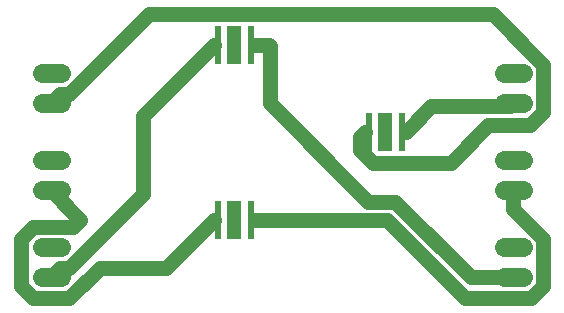
<source format=gbr>
G04 EAGLE Gerber RS-274X export*
G75*
%MOMM*%
%FSLAX34Y34*%
%LPD*%
%INBottom Copper*%
%IPPOS*%
%AMOC8*
5,1,8,0,0,1.08239X$1,22.5*%
G01*
%ADD10R,0.500000X3.300000*%
%ADD11R,1.300000X3.300000*%
%ADD12R,0.450000X0.500000*%
%ADD13C,1.609600*%
%ADD14C,1.270000*%
%ADD15C,0.609600*%


D10*
X340136Y163576D03*
D11*
X326136Y163576D03*
D12*
X343386Y163576D03*
D10*
X312136Y163576D03*
D12*
X308886Y163576D03*
D10*
X212374Y89662D03*
D11*
X198374Y89662D03*
D12*
X215624Y89662D03*
D10*
X184374Y89662D03*
D12*
X181124Y89662D03*
D10*
X212374Y237490D03*
D11*
X198374Y237490D03*
D12*
X215624Y237490D03*
D10*
X184374Y237490D03*
D12*
X181124Y237490D03*
D13*
X51228Y187960D02*
X35132Y187960D01*
X35132Y213360D02*
X51228Y213360D01*
X51228Y114300D02*
X35132Y114300D01*
X35132Y139700D02*
X51228Y139700D01*
X51228Y40640D02*
X35132Y40640D01*
X35132Y66040D02*
X51228Y66040D01*
X426292Y187960D02*
X442388Y187960D01*
X442388Y213360D02*
X426292Y213360D01*
X426292Y114300D02*
X442388Y114300D01*
X442388Y139700D02*
X426292Y139700D01*
X426292Y40640D02*
X442388Y40640D01*
X442388Y66040D02*
X426292Y66040D01*
D14*
X315743Y137678D02*
X305158Y148263D01*
X305158Y159848D02*
X308886Y163576D01*
X305158Y159848D02*
X305158Y148263D01*
X315743Y137678D02*
X381518Y137678D01*
X448772Y169672D02*
X459834Y180734D01*
X413512Y169672D02*
X381518Y137678D01*
X413512Y169672D02*
X448772Y169672D01*
X58454Y195914D02*
X51134Y195914D01*
X43180Y187960D01*
X58454Y195914D02*
X125928Y263388D01*
X459834Y220586D02*
X459834Y180734D01*
X459834Y220586D02*
X417032Y263388D01*
X125928Y263388D01*
X343386Y163576D02*
X365230Y185420D01*
X431800Y185420D02*
X434340Y187960D01*
X431800Y185420D02*
X365230Y185420D01*
D15*
X57087Y26496D02*
X29273Y26496D01*
X20988Y34781D01*
X20988Y71899D02*
X29273Y80184D01*
X20988Y71899D02*
X20988Y34781D01*
X29273Y80184D02*
X58340Y80184D01*
X67818Y89662D01*
D14*
X43180Y114300D01*
X27906Y83486D02*
X17686Y73266D01*
X17686Y33414D02*
X27906Y23194D01*
X58454Y23194D01*
X17686Y33414D02*
X17686Y73266D01*
X61642Y83486D02*
X67818Y89662D01*
X61642Y83486D02*
X27906Y83486D01*
X84282Y49022D02*
X58454Y23194D01*
X84282Y49022D02*
X140484Y49022D01*
X181124Y89662D01*
X449614Y23194D02*
X459834Y33414D01*
X327839Y88900D02*
X216386Y88900D01*
X215624Y89662D01*
X459834Y73266D02*
X459834Y33414D01*
X449614Y23194D02*
X393545Y23194D01*
X327839Y88900D01*
X434340Y98760D02*
X434340Y114300D01*
X434340Y98760D02*
X459834Y73266D01*
X181124Y237490D02*
X121224Y177590D01*
X58454Y48594D02*
X51134Y48594D01*
X43180Y40640D01*
X121224Y111364D02*
X121224Y177590D01*
X121224Y111364D02*
X58454Y48594D01*
X398370Y40640D02*
X434340Y40640D01*
X398370Y40640D02*
X334362Y104648D01*
X311912Y104648D01*
X228600Y187960D02*
X228600Y236220D01*
X227330Y237490D01*
X215624Y237490D01*
X228600Y187960D02*
X311912Y104648D01*
M02*

</source>
